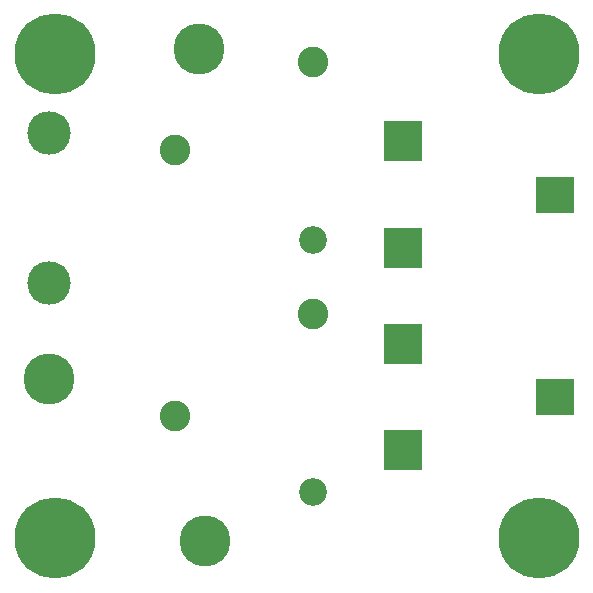
<source format=gts>
G04 (created by PCBNEW (2013-07-07 BZR 4022)-stable) date 11/9/2014 1:14:37 PM*
%MOIN*%
G04 Gerber Fmt 3.4, Leading zero omitted, Abs format*
%FSLAX34Y34*%
G01*
G70*
G90*
G04 APERTURE LIST*
%ADD10C,0.00590551*%
%ADD11C,0.27*%
%ADD12C,0.102*%
%ADD13C,0.092*%
%ADD14R,0.130236X0.118425*%
%ADD15R,0.130236X0.13811*%
%ADD16C,0.17*%
%ADD17C,0.145*%
G04 APERTURE END LIST*
G54D10*
G54D11*
X17740Y-17712D03*
X1598Y-17712D03*
X17740Y-1570D03*
X1598Y-1570D03*
G54D12*
X10200Y-1847D03*
G54D13*
X10200Y-7752D03*
G54D12*
X10200Y-10247D03*
G54D13*
X10200Y-16152D03*
G54D14*
X18279Y-13000D03*
G54D15*
X13220Y-14771D03*
X13220Y-11228D03*
G54D14*
X18279Y-6250D03*
G54D15*
X13220Y-8021D03*
X13220Y-4478D03*
G54D12*
X5600Y-4770D03*
X5600Y-13629D03*
G54D16*
X6400Y-1400D03*
X1400Y-12400D03*
X6600Y-17800D03*
G54D17*
X1400Y-9200D03*
X1400Y-4200D03*
M02*

</source>
